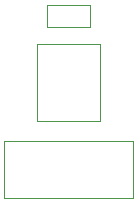
<source format=gbr>
G04 #@! TF.GenerationSoftware,KiCad,Pcbnew,(5.0.0-3-g5ebb6b6)*
G04 #@! TF.CreationDate,2018-12-04T22:30:26+01:00*
G04 #@! TF.ProjectId,tt_opt101_module,74745F6F70743130315F6D6F64756C65,rev?*
G04 #@! TF.SameCoordinates,Original*
G04 #@! TF.FileFunction,Other,User*
%FSLAX46Y46*%
G04 Gerber Fmt 4.6, Leading zero omitted, Abs format (unit mm)*
G04 Created by KiCad (PCBNEW (5.0.0-3-g5ebb6b6)) date Tuesday, 04. December 2018 um 22:30:26*
%MOMM*%
%LPD*%
G01*
G04 APERTURE LIST*
%ADD10C,0.050000*%
G04 APERTURE END LIST*
D10*
G04 #@! TO.C,J1*
X127850000Y-63940000D02*
X127850000Y-68740000D01*
X127850000Y-68740000D02*
X138850000Y-68740000D01*
X138850000Y-68740000D02*
X138850000Y-63940000D01*
X138850000Y-63940000D02*
X127850000Y-63940000D01*
G04 #@! TO.C,R1*
X135200000Y-52390000D02*
X135200000Y-54290000D01*
X135200000Y-54290000D02*
X131500000Y-54290000D01*
X131500000Y-54290000D02*
X131500000Y-52390000D01*
X131500000Y-52390000D02*
X135200000Y-52390000D01*
G04 #@! TO.C,RV1*
X130700000Y-62210000D02*
X136000000Y-62210000D01*
X136000000Y-62210000D02*
X136000000Y-55710000D01*
X136000000Y-55710000D02*
X130700000Y-55710000D01*
X130700000Y-55710000D02*
X130700000Y-62210000D01*
G04 #@! TD*
M02*

</source>
